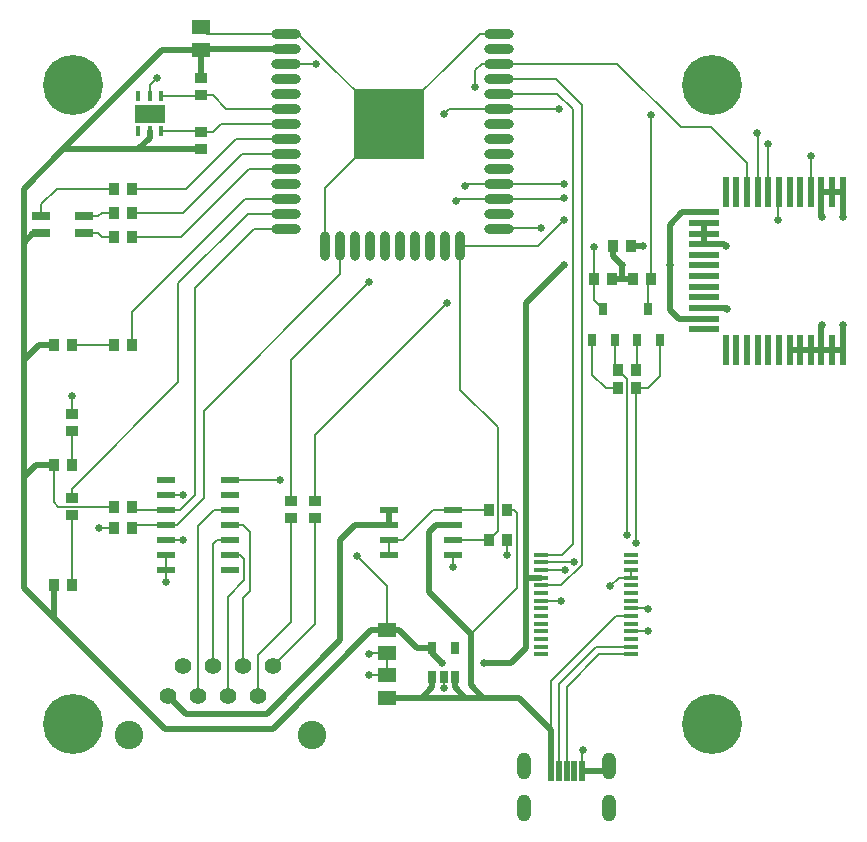
<source format=gbr>
G04 #@! TF.FileFunction,Copper,L1,Top,Signal*
%FSLAX46Y46*%
G04 Gerber Fmt 4.6, Leading zero omitted, Abs format (unit mm)*
G04 Created by KiCad (PCBNEW 4.0.4-stable) date Thursday, February 23, 2017 'PMt' 05:37:00 PM*
%MOMM*%
%LPD*%
G01*
G04 APERTURE LIST*
%ADD10C,0.100000*%
%ADD11R,1.498600X1.300480*%
%ADD12R,0.899160X1.000760*%
%ADD13R,1.500000X0.700000*%
%ADD14C,1.397000*%
%ADD15C,2.413000*%
%ADD16R,0.690000X0.990000*%
%ADD17R,1.550000X0.600000*%
%ADD18R,1.000760X0.899160*%
%ADD19R,0.450000X0.850000*%
%ADD20R,2.500000X1.600000*%
%ADD21R,0.700000X1.000000*%
%ADD22R,1.254000X0.312000*%
%ADD23O,2.500000X0.900000*%
%ADD24O,0.900000X2.500000*%
%ADD25R,6.000000X6.000000*%
%ADD26R,1.500000X0.600000*%
%ADD27R,0.500000X1.700000*%
%ADD28O,1.200000X2.300000*%
%ADD29C,5.080000*%
%ADD30R,0.500000X2.500000*%
%ADD31R,2.500000X0.500000*%
%ADD32C,0.635000*%
%ADD33C,0.203200*%
%ADD34C,0.508000*%
G04 APERTURE END LIST*
D10*
D11*
X110744000Y-46164500D03*
X110744000Y-44259500D03*
X126492000Y-101028500D03*
X126492000Y-99123500D03*
X126492000Y-95313500D03*
X126492000Y-97218500D03*
D12*
X98308160Y-81280000D03*
X99811840Y-81280000D03*
X98308160Y-91440000D03*
X99811840Y-91440000D03*
D13*
X97260000Y-60260000D03*
X97260000Y-61660000D03*
X100860000Y-61660000D03*
X100860000Y-60260000D03*
D14*
X107950000Y-100838000D03*
X109220000Y-98298000D03*
X110490000Y-100838000D03*
X111760000Y-98298000D03*
X113030000Y-100838000D03*
X114300000Y-98298000D03*
X115570000Y-100838000D03*
X116840000Y-98298000D03*
D15*
X120145000Y-104138000D03*
X104645000Y-104138000D03*
D16*
X143891000Y-70739000D03*
X145791000Y-70739000D03*
X144841000Y-68149000D03*
X147701000Y-70739000D03*
X149601000Y-70739000D03*
X148651000Y-68149000D03*
D17*
X132080000Y-88900000D03*
X132080000Y-87630000D03*
X132080000Y-86360000D03*
X132080000Y-85090000D03*
X126680000Y-85090000D03*
X126680000Y-86360000D03*
X126680000Y-87630000D03*
X126680000Y-88900000D03*
D18*
X99822000Y-78475840D03*
X99822000Y-76972160D03*
X99822000Y-85587840D03*
X99822000Y-84084160D03*
D12*
X103388160Y-57912000D03*
X104891840Y-57912000D03*
X103388160Y-59944000D03*
X104891840Y-59944000D03*
X103388160Y-61976000D03*
X104891840Y-61976000D03*
D18*
X110744000Y-54599840D03*
X110744000Y-53096160D03*
X110744000Y-48524160D03*
X110744000Y-50027840D03*
D12*
X146060160Y-73279000D03*
X147563840Y-73279000D03*
X147563840Y-74803000D03*
X146060160Y-74803000D03*
X147330160Y-65532000D03*
X148833840Y-65532000D03*
X145531840Y-65532000D03*
X144028160Y-65532000D03*
X103388160Y-84836000D03*
X104891840Y-84836000D03*
X104891840Y-86614000D03*
X103388160Y-86614000D03*
X136641840Y-85090000D03*
X135138160Y-85090000D03*
X135138160Y-87630000D03*
X136641840Y-87630000D03*
D18*
X118364000Y-85841840D03*
X118364000Y-84338160D03*
X120396000Y-85841840D03*
X120396000Y-84338160D03*
D19*
X107426000Y-50112000D03*
X106426000Y-50112000D03*
X105426000Y-50112000D03*
X105426000Y-53012000D03*
X106426000Y-53012000D03*
X107426000Y-53012000D03*
D20*
X106426000Y-51562000D03*
D21*
X130368000Y-99244000D03*
X131318000Y-99244000D03*
X132268000Y-99244000D03*
X132268000Y-96844000D03*
X130368000Y-96844000D03*
D22*
X139573000Y-88900000D03*
X139573000Y-89550000D03*
X139573000Y-90200000D03*
X139573000Y-90850000D03*
X139573000Y-91500000D03*
X139573000Y-92150000D03*
X139573000Y-92800000D03*
X139573000Y-93450000D03*
X139573000Y-94100000D03*
X139573000Y-94750000D03*
X139573000Y-95400000D03*
X139573000Y-96050000D03*
X139573000Y-96700000D03*
X139573000Y-97350000D03*
X147152400Y-97350000D03*
X147152400Y-96700000D03*
X147152400Y-96050000D03*
X147152400Y-95400000D03*
X147152400Y-94750000D03*
X147152400Y-94100000D03*
X147152400Y-93450000D03*
X147152400Y-92800000D03*
X147152400Y-91500000D03*
X147152400Y-92150000D03*
X147152400Y-90850000D03*
X147152400Y-90200000D03*
X147152400Y-89550000D03*
X147152400Y-88900000D03*
D23*
X136000000Y-44788000D03*
X136000000Y-46058000D03*
X136000000Y-47328000D03*
X136000000Y-48598000D03*
X136000000Y-49868000D03*
X136000000Y-51138000D03*
X136000000Y-52408000D03*
X136000000Y-53678000D03*
X136000000Y-54948000D03*
X136000000Y-56218000D03*
X136000000Y-57488000D03*
X136000000Y-58758000D03*
X136000000Y-60028000D03*
X136000000Y-61298000D03*
D24*
X132715000Y-62788000D03*
X131445000Y-62788000D03*
X130175000Y-62788000D03*
X128905000Y-62788000D03*
X127635000Y-62788000D03*
X126365000Y-62788000D03*
X125095000Y-62788000D03*
X123825000Y-62788000D03*
X122555000Y-62788000D03*
X121285000Y-62788000D03*
D23*
X118000000Y-61298000D03*
X118000000Y-60028000D03*
X118000000Y-58758000D03*
X118000000Y-57488000D03*
X118000000Y-56218000D03*
X118000000Y-54948000D03*
X118000000Y-53678000D03*
X118000000Y-52408000D03*
X118000000Y-51138000D03*
X118000000Y-49868000D03*
X118000000Y-48598000D03*
X118000000Y-47328000D03*
X118000000Y-46058000D03*
X118000000Y-44788000D03*
D25*
X126700000Y-52488000D03*
D26*
X107790000Y-82550000D03*
X107790000Y-83820000D03*
X107790000Y-85090000D03*
X107790000Y-86360000D03*
X107790000Y-87630000D03*
X107790000Y-88900000D03*
X107790000Y-90170000D03*
X113190000Y-90170000D03*
X113190000Y-88900000D03*
X113190000Y-87630000D03*
X113190000Y-86360000D03*
X113190000Y-85090000D03*
X113190000Y-83820000D03*
X113190000Y-82550000D03*
D27*
X141732000Y-107188000D03*
X141082000Y-107188000D03*
X142382000Y-107188000D03*
X140432000Y-107188000D03*
X143032000Y-107188000D03*
D28*
X138132000Y-106838000D03*
X145332000Y-106838000D03*
X138132000Y-110388000D03*
X145332000Y-110388000D03*
D29*
X154051000Y-103251000D03*
X154051000Y-49149000D03*
X99949000Y-49149000D03*
X99949000Y-103251000D03*
D12*
X98308160Y-71120000D03*
X99811840Y-71120000D03*
X103388160Y-71120000D03*
X104891840Y-71120000D03*
D30*
X165100000Y-58170000D03*
X164200000Y-58170000D03*
X163300000Y-58170000D03*
X162400000Y-58170000D03*
X161500000Y-58170000D03*
X160600000Y-58170000D03*
X159700000Y-58170000D03*
X158800000Y-58170000D03*
X157900000Y-58170000D03*
X157000000Y-58170000D03*
X156100000Y-58170000D03*
X155200000Y-58170000D03*
D31*
X153400000Y-59920000D03*
X153400000Y-60820000D03*
X153400000Y-61720000D03*
X153400000Y-62620000D03*
X153400000Y-63520000D03*
X153400000Y-64420000D03*
X153400000Y-65320000D03*
X153400000Y-66220000D03*
X153400000Y-67120000D03*
X153400000Y-68020000D03*
X153400000Y-68920000D03*
X153400000Y-69820000D03*
D30*
X155200000Y-71570000D03*
X156100000Y-71570000D03*
X157000000Y-71570000D03*
X157900000Y-71570000D03*
X158800000Y-71570000D03*
X159700000Y-71570000D03*
X160600000Y-71570000D03*
X161500000Y-71570000D03*
X162400000Y-71570000D03*
X163300000Y-71570000D03*
X164200000Y-71570000D03*
X165100000Y-71570000D03*
D12*
X145679160Y-62738000D03*
X147182840Y-62738000D03*
D32*
X155194000Y-62738000D03*
X148209000Y-62738000D03*
X155321000Y-68072000D03*
X163322000Y-69469000D03*
X165100000Y-69469000D03*
X163322000Y-60325000D03*
X165100000Y-60325000D03*
X131318000Y-100203000D03*
X143129000Y-105410000D03*
X148590000Y-95377000D03*
X148590000Y-93472000D03*
X145415000Y-91567000D03*
X141224000Y-92837000D03*
X136652000Y-88900000D03*
X132080000Y-89916000D03*
X124968000Y-99060000D03*
X124968000Y-97282000D03*
X107823000Y-91186000D03*
X102108000Y-86614000D03*
X99822000Y-75438000D03*
X107061000Y-48514000D03*
X110744000Y-44259500D03*
X121285000Y-62788000D03*
X126700000Y-52488000D03*
X146431000Y-64389000D03*
X141478000Y-64389000D03*
X131191000Y-98044000D03*
X134747000Y-98044000D03*
X150495000Y-64389000D03*
X123952000Y-89027000D03*
X117475000Y-82550000D03*
X142367000Y-89535000D03*
X146812000Y-87249000D03*
X139573000Y-61214000D03*
X144018000Y-62865000D03*
X141605000Y-90170000D03*
X147574000Y-87884000D03*
X120523000Y-47371000D03*
X148844000Y-51689000D03*
X159639000Y-60579000D03*
X141478000Y-60579000D03*
X157861000Y-53213000D03*
X141097000Y-51181000D03*
X131318000Y-51562000D03*
X124968000Y-65786000D03*
X131572000Y-67564000D03*
X133985000Y-49276000D03*
X158750000Y-54102000D03*
X141478000Y-57531000D03*
X133096000Y-57658000D03*
X109220000Y-87630000D03*
X162433000Y-55118000D03*
X141478000Y-58674000D03*
X132334000Y-58928000D03*
X109220000Y-83820000D03*
D33*
X136641840Y-85090000D02*
X137287000Y-85090000D01*
X137541000Y-91694000D02*
X133604000Y-95631000D01*
X137541000Y-85344000D02*
X137541000Y-91694000D01*
X137287000Y-85090000D02*
X137541000Y-85344000D01*
D34*
X132080000Y-86360000D02*
X130683000Y-86360000D01*
X133604000Y-99949000D02*
X134683500Y-101028500D01*
X133604000Y-95631000D02*
X133604000Y-99949000D01*
X130048000Y-92075000D02*
X133604000Y-95631000D01*
X130048000Y-86995000D02*
X130048000Y-92075000D01*
X130683000Y-86360000D02*
X130048000Y-86995000D01*
X130368000Y-99244000D02*
X130368000Y-100137000D01*
X130368000Y-100137000D02*
X129476500Y-101028500D01*
X132268000Y-99244000D02*
X132268000Y-100137000D01*
X132268000Y-100137000D02*
X133159500Y-101028500D01*
X140432000Y-107188000D02*
X140432000Y-103729000D01*
X137731500Y-101028500D02*
X134683500Y-101028500D01*
X134683500Y-101028500D02*
X133159500Y-101028500D01*
X133159500Y-101028500D02*
X129476500Y-101028500D01*
X129476500Y-101028500D02*
X126492000Y-101028500D01*
X140432000Y-103729000D02*
X137731500Y-101028500D01*
D33*
X147152400Y-94100000D02*
X145930000Y-94100000D01*
X140432000Y-99598000D02*
X140432000Y-107188000D01*
X145930000Y-94100000D02*
X140432000Y-99598000D01*
D34*
X153400000Y-61720000D02*
X153400000Y-62620000D01*
X153400000Y-60820000D02*
X153400000Y-61720000D01*
X153400000Y-62620000D02*
X155076000Y-62620000D01*
X155076000Y-62620000D02*
X155194000Y-62738000D01*
X147182840Y-62738000D02*
X148209000Y-62738000D01*
X153400000Y-68020000D02*
X155269000Y-68020000D01*
X155269000Y-68020000D02*
X155321000Y-68072000D01*
X164200000Y-71570000D02*
X165100000Y-71570000D01*
X164200000Y-71570000D02*
X163300000Y-71570000D01*
X163300000Y-71570000D02*
X162400000Y-71570000D01*
X162400000Y-71570000D02*
X161500000Y-71570000D01*
X161500000Y-71570000D02*
X160600000Y-71570000D01*
X163300000Y-71570000D02*
X163300000Y-69491000D01*
X163300000Y-69491000D02*
X163322000Y-69469000D01*
X165100000Y-71570000D02*
X165100000Y-69469000D01*
X163300000Y-58170000D02*
X164200000Y-58170000D01*
X164200000Y-58170000D02*
X165100000Y-58170000D01*
X163300000Y-58170000D02*
X163300000Y-60303000D01*
X163300000Y-60303000D02*
X163322000Y-60325000D01*
X165100000Y-58170000D02*
X165100000Y-60325000D01*
D33*
X131318000Y-99244000D02*
X131318000Y-100203000D01*
X143032000Y-107188000D02*
X143032000Y-105507000D01*
X143032000Y-105507000D02*
X143129000Y-105410000D01*
D34*
X143032000Y-107188000D02*
X144982000Y-107188000D01*
X144982000Y-107188000D02*
X145332000Y-106838000D01*
D33*
X147152400Y-95400000D02*
X148567000Y-95400000D01*
X148567000Y-95400000D02*
X148590000Y-95377000D01*
X147152400Y-93450000D02*
X148568000Y-93450000D01*
X148568000Y-93450000D02*
X148590000Y-93472000D01*
X147152400Y-90850000D02*
X146132000Y-90850000D01*
X146132000Y-90850000D02*
X145415000Y-91567000D01*
X147152400Y-90200000D02*
X147152400Y-90850000D01*
X139573000Y-92800000D02*
X141187000Y-92800000D01*
X141187000Y-92800000D02*
X141224000Y-92837000D01*
X136641840Y-87630000D02*
X136641840Y-88889840D01*
X136641840Y-88889840D02*
X136652000Y-88900000D01*
X132080000Y-88900000D02*
X132080000Y-89916000D01*
X126492000Y-99123500D02*
X126492000Y-97218500D01*
X126492000Y-99123500D02*
X125031500Y-99123500D01*
X125031500Y-99123500D02*
X124968000Y-99060000D01*
X126492000Y-97218500D02*
X125031500Y-97218500D01*
X125031500Y-97218500D02*
X124968000Y-97282000D01*
X107790000Y-90170000D02*
X107790000Y-91153000D01*
X107790000Y-91153000D02*
X107823000Y-91186000D01*
X107790000Y-88900000D02*
X107790000Y-90170000D01*
X103388160Y-86614000D02*
X102108000Y-86614000D01*
X99822000Y-76972160D02*
X99822000Y-75438000D01*
X106426000Y-50112000D02*
X106426000Y-49149000D01*
X106426000Y-49149000D02*
X107061000Y-48514000D01*
X126700000Y-52488000D02*
X121285000Y-57903000D01*
X121285000Y-62788000D02*
X121285000Y-57903000D01*
X118000000Y-44788000D02*
X111272500Y-44788000D01*
X111272500Y-44788000D02*
X110744000Y-44259500D01*
X118000000Y-44788000D02*
X119000000Y-44788000D01*
X119000000Y-44788000D02*
X126700000Y-52488000D01*
X136000000Y-44788000D02*
X134400000Y-44788000D01*
X134400000Y-44788000D02*
X126700000Y-52488000D01*
D34*
X139573000Y-90850000D02*
X138303000Y-90850000D01*
X138303000Y-90850000D02*
X138303000Y-90805000D01*
X145679160Y-62738000D02*
X145679160Y-63637160D01*
X145679160Y-63637160D02*
X146431000Y-64389000D01*
X146431000Y-65532000D02*
X146431000Y-64389000D01*
X145531840Y-65532000D02*
X146431000Y-65532000D01*
X146431000Y-65532000D02*
X147330160Y-65532000D01*
X153400000Y-68920000D02*
X151216000Y-68920000D01*
X150495000Y-68199000D02*
X150495000Y-64389000D01*
X151216000Y-68920000D02*
X150495000Y-68199000D01*
X134747000Y-98044000D02*
X137033000Y-98044000D01*
X137033000Y-98044000D02*
X138303000Y-96774000D01*
X138303000Y-96774000D02*
X138303000Y-90805000D01*
X138303000Y-90805000D02*
X138303000Y-67564000D01*
X138303000Y-67564000D02*
X141478000Y-64389000D01*
X130368000Y-97221000D02*
X131191000Y-98044000D01*
X151535000Y-59920000D02*
X153400000Y-59920000D01*
X150495000Y-60960000D02*
X151535000Y-59920000D01*
X150495000Y-64389000D02*
X150495000Y-60960000D01*
X130368000Y-97221000D02*
X130368000Y-96844000D01*
X126492000Y-95313500D02*
X127571500Y-95313500D01*
X129102000Y-96844000D02*
X130368000Y-96844000D01*
X127571500Y-95313500D02*
X129102000Y-96844000D01*
D33*
X113190000Y-82550000D02*
X117475000Y-82550000D01*
X126492000Y-91567000D02*
X126492000Y-95313500D01*
X123952000Y-89027000D02*
X126492000Y-91567000D01*
X98308160Y-81280000D02*
X98308160Y-84465160D01*
X98679000Y-84836000D02*
X103388160Y-84836000D01*
X98308160Y-84465160D02*
X98679000Y-84836000D01*
D34*
X106426000Y-53012000D02*
X106426000Y-53594000D01*
X106426000Y-53594000D02*
X105420160Y-54599840D01*
X110744000Y-54599840D02*
X105420160Y-54599840D01*
X105420160Y-54599840D02*
X99070160Y-54599840D01*
X110744000Y-48524160D02*
X110744000Y-46164500D01*
X97260000Y-61660000D02*
X96582000Y-61660000D01*
X96582000Y-61660000D02*
X95758000Y-62484000D01*
X98308160Y-71120000D02*
X97028000Y-71120000D01*
X97028000Y-71120000D02*
X95758000Y-72390000D01*
X98308160Y-81280000D02*
X96774000Y-81280000D01*
X96774000Y-81280000D02*
X95758000Y-82296000D01*
X98308160Y-91440000D02*
X98308160Y-94244160D01*
X110744000Y-46164500D02*
X107505500Y-46164500D01*
X125158500Y-95313500D02*
X126492000Y-95313500D01*
X116840000Y-103632000D02*
X125158500Y-95313500D01*
X107696000Y-103632000D02*
X116840000Y-103632000D01*
X95758000Y-91694000D02*
X98308160Y-94244160D01*
X98308160Y-94244160D02*
X107696000Y-103632000D01*
X95758000Y-57912000D02*
X95758000Y-62484000D01*
X95758000Y-62484000D02*
X95758000Y-72390000D01*
X95758000Y-72390000D02*
X95758000Y-82296000D01*
X95758000Y-82296000D02*
X95758000Y-91694000D01*
X107505500Y-46164500D02*
X99070160Y-54599840D01*
X99070160Y-54599840D02*
X95758000Y-57912000D01*
X118000000Y-46058000D02*
X110850500Y-46058000D01*
X110850500Y-46058000D02*
X110744000Y-46164500D01*
D33*
X99811840Y-81280000D02*
X99811840Y-78486000D01*
X99811840Y-78486000D02*
X99822000Y-78475840D01*
X99811840Y-91440000D02*
X99811840Y-85598000D01*
X99811840Y-85598000D02*
X99822000Y-85587840D01*
X99811840Y-85852000D02*
X99822000Y-85841840D01*
X97260000Y-60260000D02*
X97260000Y-59204000D01*
X98552000Y-57912000D02*
X103388160Y-57912000D01*
X97260000Y-59204000D02*
X98552000Y-57912000D01*
X100860000Y-61660000D02*
X102046000Y-61660000D01*
X102362000Y-61976000D02*
X103388160Y-61976000D01*
X102046000Y-61660000D02*
X102362000Y-61976000D01*
X100860000Y-60260000D02*
X102046000Y-60260000D01*
X102362000Y-59944000D02*
X103388160Y-59944000D01*
X102046000Y-60260000D02*
X102362000Y-59944000D01*
X147152400Y-96700000D02*
X144219000Y-96700000D01*
X141082000Y-99837000D02*
X141082000Y-107188000D01*
X144219000Y-96700000D02*
X141082000Y-99837000D01*
X147152400Y-97350000D02*
X144458000Y-97350000D01*
X141732000Y-100076000D02*
X141732000Y-107188000D01*
X144458000Y-97350000D02*
X141732000Y-100076000D01*
D34*
X126680000Y-85090000D02*
X126680000Y-86360000D01*
X107950000Y-100838000D02*
X109474000Y-102362000D01*
X123825000Y-86360000D02*
X126680000Y-86360000D01*
X122555000Y-87630000D02*
X123825000Y-86360000D01*
X122555000Y-96139000D02*
X122555000Y-87630000D01*
X116332000Y-102362000D02*
X122555000Y-96139000D01*
X109474000Y-102362000D02*
X116332000Y-102362000D01*
D33*
X113190000Y-85090000D02*
X111887000Y-85090000D01*
X110490000Y-86487000D02*
X110490000Y-100838000D01*
X111887000Y-85090000D02*
X110490000Y-86487000D01*
X113190000Y-87630000D02*
X112141000Y-87630000D01*
X111760000Y-88011000D02*
X111760000Y-98298000D01*
X112141000Y-87630000D02*
X111760000Y-88011000D01*
X113190000Y-88900000D02*
X114046000Y-88900000D01*
X113030000Y-92456000D02*
X113030000Y-100838000D01*
X114427000Y-91059000D02*
X113030000Y-92456000D01*
X114427000Y-89281000D02*
X114427000Y-91059000D01*
X114046000Y-88900000D02*
X114427000Y-89281000D01*
X113190000Y-86360000D02*
X114300000Y-86360000D01*
X114300000Y-92583000D02*
X114300000Y-98298000D01*
X114935000Y-91948000D02*
X114300000Y-92583000D01*
X114935000Y-86995000D02*
X114935000Y-91948000D01*
X114300000Y-86360000D02*
X114935000Y-86995000D01*
X115570000Y-100838000D02*
X115570000Y-97409000D01*
X118364000Y-94615000D02*
X118364000Y-85841840D01*
X115570000Y-97409000D02*
X118364000Y-94615000D01*
X116840000Y-98298000D02*
X120396000Y-94742000D01*
X120396000Y-94742000D02*
X120396000Y-85841840D01*
X146060160Y-74803000D02*
X145034000Y-74803000D01*
X143891000Y-73660000D02*
X143891000Y-70739000D01*
X145034000Y-74803000D02*
X143891000Y-73660000D01*
X139573000Y-89550000D02*
X139588000Y-89535000D01*
X139588000Y-89535000D02*
X142367000Y-89535000D01*
X146812000Y-87249000D02*
X146812000Y-74030840D01*
X146812000Y-74030840D02*
X146060160Y-73279000D01*
X145791000Y-70739000D02*
X145791000Y-73009840D01*
X145791000Y-73009840D02*
X146060160Y-73279000D01*
X144028160Y-65532000D02*
X144028160Y-67336160D01*
X144028160Y-67336160D02*
X144841000Y-68149000D01*
X136000000Y-61298000D02*
X136084000Y-61214000D01*
X136084000Y-61214000D02*
X139573000Y-61214000D01*
X144018000Y-62865000D02*
X144028160Y-62875160D01*
X144028160Y-62875160D02*
X144028160Y-65532000D01*
X147701000Y-70739000D02*
X147701000Y-73141840D01*
X147701000Y-73141840D02*
X147563840Y-73279000D01*
X147563840Y-74803000D02*
X148590000Y-74803000D01*
X149601000Y-73792000D02*
X149601000Y-70739000D01*
X148590000Y-74803000D02*
X149601000Y-73792000D01*
X139573000Y-90200000D02*
X139603000Y-90170000D01*
X139603000Y-90170000D02*
X141605000Y-90170000D01*
X147574000Y-87884000D02*
X147574000Y-74813160D01*
X147574000Y-74813160D02*
X147563840Y-74803000D01*
X148833840Y-65532000D02*
X148651000Y-65714840D01*
X148651000Y-65714840D02*
X148651000Y-68149000D01*
X118000000Y-47328000D02*
X118043000Y-47371000D01*
X118043000Y-47371000D02*
X120523000Y-47371000D01*
X148844000Y-51689000D02*
X148844000Y-65521840D01*
X148844000Y-65521840D02*
X148833840Y-65532000D01*
X148590000Y-68088000D02*
X148651000Y-68149000D01*
X132715000Y-62788000D02*
X139269000Y-62788000D01*
X159639000Y-60579000D02*
X159639000Y-58231000D01*
X139269000Y-62788000D02*
X141478000Y-60579000D01*
X159639000Y-58231000D02*
X159700000Y-58170000D01*
X132715000Y-62788000D02*
X132715000Y-74930000D01*
X135890000Y-86878160D02*
X135138160Y-87630000D01*
X135890000Y-78105000D02*
X135890000Y-86878160D01*
X132715000Y-74930000D02*
X135890000Y-78105000D01*
X132080000Y-87630000D02*
X135138160Y-87630000D01*
X132080000Y-85090000D02*
X135138160Y-85090000D01*
X126680000Y-87630000D02*
X127889000Y-87630000D01*
X130429000Y-85090000D02*
X132080000Y-85090000D01*
X127889000Y-87630000D02*
X130429000Y-85090000D01*
X126680000Y-88900000D02*
X126680000Y-87630000D01*
X99822000Y-84084160D02*
X99822000Y-83312000D01*
X114724000Y-60028000D02*
X118000000Y-60028000D01*
X108839000Y-65913000D02*
X114724000Y-60028000D01*
X108839000Y-74295000D02*
X108839000Y-65913000D01*
X99822000Y-83312000D02*
X108839000Y-74295000D01*
X104891840Y-57912000D02*
X109474000Y-57912000D01*
X113708000Y-53678000D02*
X118000000Y-53678000D01*
X109474000Y-57912000D02*
X113708000Y-53678000D01*
X104891840Y-59944000D02*
X109220000Y-59944000D01*
X114216000Y-54948000D02*
X118000000Y-54948000D01*
X109220000Y-59944000D02*
X114216000Y-54948000D01*
X104891840Y-61976000D02*
X109093000Y-61976000D01*
X114851000Y-56218000D02*
X118000000Y-56218000D01*
X109093000Y-61976000D02*
X114851000Y-56218000D01*
X107426000Y-53012000D02*
X110659840Y-53012000D01*
X110659840Y-53012000D02*
X110744000Y-53096160D01*
X110744000Y-53096160D02*
X111749840Y-53096160D01*
X112438000Y-52408000D02*
X118000000Y-52408000D01*
X111749840Y-53096160D02*
X112438000Y-52408000D01*
X110744000Y-50027840D02*
X111749840Y-50027840D01*
X112860000Y-51138000D02*
X118000000Y-51138000D01*
X111749840Y-50027840D02*
X112860000Y-51138000D01*
X107426000Y-50112000D02*
X110659840Y-50112000D01*
X110659840Y-50112000D02*
X110744000Y-50027840D01*
X107790000Y-85090000D02*
X108966000Y-85090000D01*
X115232000Y-61298000D02*
X118000000Y-61298000D01*
X110236000Y-66294000D02*
X115232000Y-61298000D01*
X110236000Y-83820000D02*
X110236000Y-66294000D01*
X108966000Y-85090000D02*
X110236000Y-83820000D01*
X107790000Y-85090000D02*
X105145840Y-85090000D01*
X105145840Y-85090000D02*
X104891840Y-84836000D01*
X107790000Y-86360000D02*
X108712000Y-86360000D01*
X122555000Y-65151000D02*
X122555000Y-62788000D01*
X110998000Y-76708000D02*
X122555000Y-65151000D01*
X110998000Y-84074000D02*
X110998000Y-76708000D01*
X108712000Y-86360000D02*
X110998000Y-84074000D01*
X107790000Y-86360000D02*
X105145840Y-86360000D01*
X105145840Y-86360000D02*
X104891840Y-86614000D01*
X136000000Y-51138000D02*
X141054000Y-51138000D01*
X157900000Y-53252000D02*
X157900000Y-58170000D01*
X157861000Y-53213000D02*
X157900000Y-53252000D01*
X141054000Y-51138000D02*
X141097000Y-51181000D01*
X118364000Y-84338160D02*
X118364000Y-72390000D01*
X131742000Y-51138000D02*
X136000000Y-51138000D01*
X131318000Y-51562000D02*
X131742000Y-51138000D01*
X118364000Y-72390000D02*
X124968000Y-65786000D01*
X120396000Y-84338160D02*
X120396000Y-78740000D01*
X131572000Y-67564000D02*
X120396000Y-78740000D01*
X134536000Y-47328000D02*
X136000000Y-47328000D01*
X133985000Y-47879000D02*
X134536000Y-47328000D01*
X133985000Y-49276000D02*
X133985000Y-47879000D01*
X136000000Y-47328000D02*
X146007000Y-47328000D01*
X157000000Y-55781000D02*
X157000000Y-58170000D01*
X153924000Y-52705000D02*
X157000000Y-55781000D01*
X151384000Y-52705000D02*
X153924000Y-52705000D01*
X146007000Y-47328000D02*
X151384000Y-52705000D01*
X136000000Y-49868000D02*
X140927000Y-49868000D01*
X141351000Y-88900000D02*
X139573000Y-88900000D01*
X142240000Y-88011000D02*
X141351000Y-88900000D01*
X142240000Y-51181000D02*
X142240000Y-88011000D01*
X140927000Y-49868000D02*
X142240000Y-51181000D01*
X136000000Y-48598000D02*
X140800000Y-48598000D01*
X141291000Y-91500000D02*
X139573000Y-91500000D01*
X143002000Y-89789000D02*
X141291000Y-91500000D01*
X143002000Y-50800000D02*
X143002000Y-89789000D01*
X140800000Y-48598000D02*
X143002000Y-50800000D01*
X136000000Y-57488000D02*
X141435000Y-57488000D01*
X158800000Y-54152000D02*
X158800000Y-58170000D01*
X158750000Y-54102000D02*
X158800000Y-54152000D01*
X141435000Y-57488000D02*
X141478000Y-57531000D01*
X107790000Y-87630000D02*
X109220000Y-87630000D01*
X133266000Y-57488000D02*
X136000000Y-57488000D01*
X133096000Y-57658000D02*
X133266000Y-57488000D01*
X136000000Y-58758000D02*
X141394000Y-58758000D01*
X162400000Y-55151000D02*
X162400000Y-58170000D01*
X162433000Y-55118000D02*
X162400000Y-55151000D01*
X141394000Y-58758000D02*
X141478000Y-58674000D01*
X107790000Y-83820000D02*
X109220000Y-83820000D01*
X132504000Y-58758000D02*
X136000000Y-58758000D01*
X132334000Y-58928000D02*
X132504000Y-58758000D01*
X99811840Y-71120000D02*
X103388160Y-71120000D01*
X118000000Y-58758000D02*
X114470000Y-58758000D01*
X104902000Y-68326000D02*
X104902000Y-71109840D01*
X114470000Y-58758000D02*
X104902000Y-68326000D01*
X104902000Y-71109840D02*
X104891840Y-71120000D01*
M02*

</source>
